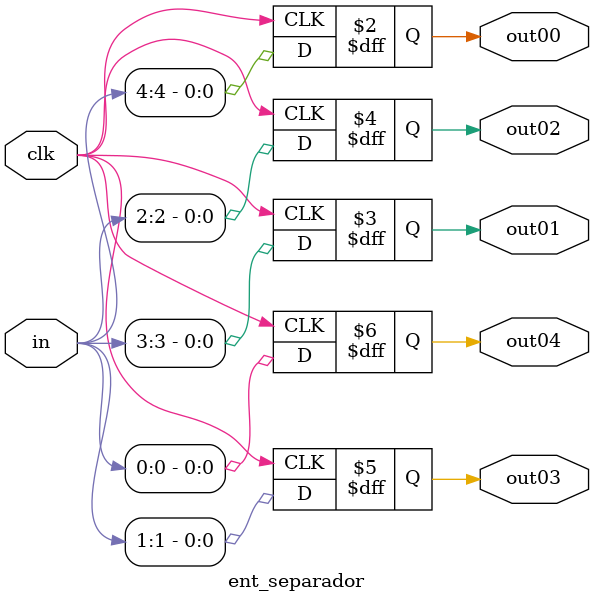
<source format=sv>
module ent_separador(
    input wire clk,
    input wire [4:0] in,

    output reg out00,
    output reg out01,
    output reg out02,
    output reg out03,
    output reg out04
);

always @(posedge clk) begin
    out00 = in[4];
    out01 = in[3];
    out02 = in[2];
    out03 = in[1];
    out04 = in[0];
end

endmodule



</source>
